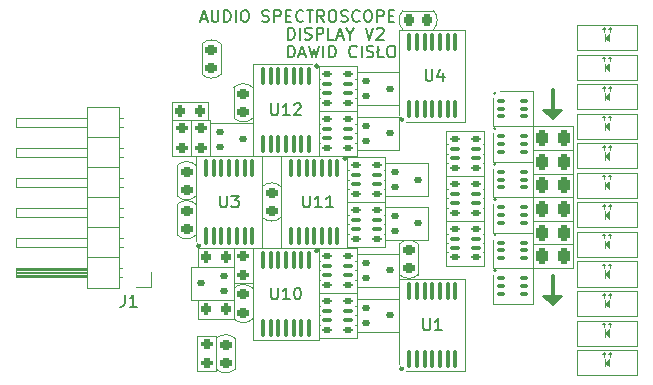
<source format=gto>
G04 #@! TF.GenerationSoftware,KiCad,Pcbnew,7.0.9-69-ge1c0bddff3*
G04 #@! TF.CreationDate,2024-02-19T10:17:23+01:00*
G04 #@! TF.ProjectId,ASP_Display,4153505f-4469-4737-906c-61792e6b6963,rev?*
G04 #@! TF.SameCoordinates,Original*
G04 #@! TF.FileFunction,Legend,Top*
G04 #@! TF.FilePolarity,Positive*
%FSLAX46Y46*%
G04 Gerber Fmt 4.6, Leading zero omitted, Abs format (unit mm)*
G04 Created by KiCad (PCBNEW 7.0.9-69-ge1c0bddff3) date 2024-02-19 10:17:23*
%MOMM*%
%LPD*%
G01*
G04 APERTURE LIST*
G04 Aperture macros list*
%AMRoundRect*
0 Rectangle with rounded corners*
0 $1 Rounding radius*
0 $2 $3 $4 $5 $6 $7 $8 $9 X,Y pos of 4 corners*
0 Add a 4 corners polygon primitive as box body*
4,1,4,$2,$3,$4,$5,$6,$7,$8,$9,$2,$3,0*
0 Add four circle primitives for the rounded corners*
1,1,$1+$1,$2,$3*
1,1,$1+$1,$4,$5*
1,1,$1+$1,$6,$7*
1,1,$1+$1,$8,$9*
0 Add four rect primitives between the rounded corners*
20,1,$1+$1,$2,$3,$4,$5,0*
20,1,$1+$1,$4,$5,$6,$7,0*
20,1,$1+$1,$6,$7,$8,$9,0*
20,1,$1+$1,$8,$9,$2,$3,0*%
G04 Aperture macros list end*
%ADD10C,0.300000*%
%ADD11C,0.153000*%
%ADD12C,0.150000*%
%ADD13C,0.120000*%
%ADD14C,0.200000*%
%ADD15C,5.600000*%
%ADD16RoundRect,0.200000X-0.275000X0.200000X-0.275000X-0.200000X0.275000X-0.200000X0.275000X0.200000X0*%
%ADD17RoundRect,0.112500X-0.237500X0.112500X-0.237500X-0.112500X0.237500X-0.112500X0.237500X0.112500X0*%
%ADD18RoundRect,0.225000X0.250000X-0.225000X0.250000X0.225000X-0.250000X0.225000X-0.250000X-0.225000X0*%
%ADD19RoundRect,0.100000X0.100000X-0.637500X0.100000X0.637500X-0.100000X0.637500X-0.100000X-0.637500X0*%
%ADD20RoundRect,0.225000X-0.250000X0.225000X-0.250000X-0.225000X0.250000X-0.225000X0.250000X0.225000X0*%
%ADD21RoundRect,0.125000X-0.275000X-0.125000X0.275000X-0.125000X0.275000X0.125000X-0.275000X0.125000X0*%
%ADD22RoundRect,0.100000X-0.300000X-0.100000X0.300000X-0.100000X0.300000X0.100000X-0.300000X0.100000X0*%
%ADD23R,1.400000X1.400000*%
%ADD24C,1.400000*%
%ADD25RoundRect,0.100000X-0.100000X0.637500X-0.100000X-0.637500X0.100000X-0.637500X0.100000X0.637500X0*%
%ADD26RoundRect,0.100000X-0.225000X-0.100000X0.225000X-0.100000X0.225000X0.100000X-0.225000X0.100000X0*%
%ADD27RoundRect,0.250000X0.262500X0.450000X-0.262500X0.450000X-0.262500X-0.450000X0.262500X-0.450000X0*%
%ADD28RoundRect,0.200000X0.275000X-0.200000X0.275000X0.200000X-0.275000X0.200000X-0.275000X-0.200000X0*%
%ADD29RoundRect,0.200000X0.200000X0.275000X-0.200000X0.275000X-0.200000X-0.275000X0.200000X-0.275000X0*%
%ADD30RoundRect,0.200000X-0.200000X-0.275000X0.200000X-0.275000X0.200000X0.275000X-0.200000X0.275000X0*%
%ADD31RoundRect,0.225000X-0.225000X-0.250000X0.225000X-0.250000X0.225000X0.250000X-0.225000X0.250000X0*%
%ADD32R,1.700000X1.700000*%
%ADD33O,1.700000X1.700000*%
%ADD34RoundRect,0.112500X0.237500X-0.112500X0.237500X0.112500X-0.237500X0.112500X-0.237500X-0.112500X0*%
G04 APERTURE END LIST*
D10*
X258200000Y-92900000D02*
X258200000Y-95200000D01*
X258200000Y-108650000D02*
X258200000Y-110950000D01*
D11*
X258200000Y-111150000D02*
X257400000Y-110350000D01*
X259000000Y-110350000D01*
X258200000Y-111150000D01*
G36*
X258200000Y-111150000D02*
G01*
X257400000Y-110350000D01*
X259000000Y-110350000D01*
X258200000Y-111150000D01*
G37*
X258200000Y-95400000D02*
X257400000Y-94600000D01*
X259000000Y-94600000D01*
X258200000Y-95400000D01*
G36*
X258200000Y-95400000D02*
G01*
X257400000Y-94600000D01*
X259000000Y-94600000D01*
X258200000Y-95400000D01*
G37*
X235776191Y-90154663D02*
X235776191Y-89154663D01*
X235776191Y-89154663D02*
X236014286Y-89154663D01*
X236014286Y-89154663D02*
X236157143Y-89202282D01*
X236157143Y-89202282D02*
X236252381Y-89297520D01*
X236252381Y-89297520D02*
X236300000Y-89392758D01*
X236300000Y-89392758D02*
X236347619Y-89583234D01*
X236347619Y-89583234D02*
X236347619Y-89726091D01*
X236347619Y-89726091D02*
X236300000Y-89916567D01*
X236300000Y-89916567D02*
X236252381Y-90011805D01*
X236252381Y-90011805D02*
X236157143Y-90107044D01*
X236157143Y-90107044D02*
X236014286Y-90154663D01*
X236014286Y-90154663D02*
X235776191Y-90154663D01*
X236728572Y-89868948D02*
X237204762Y-89868948D01*
X236633334Y-90154663D02*
X236966667Y-89154663D01*
X236966667Y-89154663D02*
X237300000Y-90154663D01*
X237538096Y-89154663D02*
X237776191Y-90154663D01*
X237776191Y-90154663D02*
X237966667Y-89440377D01*
X237966667Y-89440377D02*
X238157143Y-90154663D01*
X238157143Y-90154663D02*
X238395239Y-89154663D01*
X238776191Y-90154663D02*
X238776191Y-89154663D01*
X239252381Y-90154663D02*
X239252381Y-89154663D01*
X239252381Y-89154663D02*
X239490476Y-89154663D01*
X239490476Y-89154663D02*
X239633333Y-89202282D01*
X239633333Y-89202282D02*
X239728571Y-89297520D01*
X239728571Y-89297520D02*
X239776190Y-89392758D01*
X239776190Y-89392758D02*
X239823809Y-89583234D01*
X239823809Y-89583234D02*
X239823809Y-89726091D01*
X239823809Y-89726091D02*
X239776190Y-89916567D01*
X239776190Y-89916567D02*
X239728571Y-90011805D01*
X239728571Y-90011805D02*
X239633333Y-90107044D01*
X239633333Y-90107044D02*
X239490476Y-90154663D01*
X239490476Y-90154663D02*
X239252381Y-90154663D01*
X241585714Y-90059424D02*
X241538095Y-90107044D01*
X241538095Y-90107044D02*
X241395238Y-90154663D01*
X241395238Y-90154663D02*
X241300000Y-90154663D01*
X241300000Y-90154663D02*
X241157143Y-90107044D01*
X241157143Y-90107044D02*
X241061905Y-90011805D01*
X241061905Y-90011805D02*
X241014286Y-89916567D01*
X241014286Y-89916567D02*
X240966667Y-89726091D01*
X240966667Y-89726091D02*
X240966667Y-89583234D01*
X240966667Y-89583234D02*
X241014286Y-89392758D01*
X241014286Y-89392758D02*
X241061905Y-89297520D01*
X241061905Y-89297520D02*
X241157143Y-89202282D01*
X241157143Y-89202282D02*
X241300000Y-89154663D01*
X241300000Y-89154663D02*
X241395238Y-89154663D01*
X241395238Y-89154663D02*
X241538095Y-89202282D01*
X241538095Y-89202282D02*
X241585714Y-89249901D01*
X242014286Y-90154663D02*
X242014286Y-89154663D01*
X242442857Y-90107044D02*
X242585714Y-90154663D01*
X242585714Y-90154663D02*
X242823809Y-90154663D01*
X242823809Y-90154663D02*
X242919047Y-90107044D01*
X242919047Y-90107044D02*
X242966666Y-90059424D01*
X242966666Y-90059424D02*
X243014285Y-89964186D01*
X243014285Y-89964186D02*
X243014285Y-89868948D01*
X243014285Y-89868948D02*
X242966666Y-89773710D01*
X242966666Y-89773710D02*
X242919047Y-89726091D01*
X242919047Y-89726091D02*
X242823809Y-89678472D01*
X242823809Y-89678472D02*
X242633333Y-89630853D01*
X242633333Y-89630853D02*
X242538095Y-89583234D01*
X242538095Y-89583234D02*
X242490476Y-89535615D01*
X242490476Y-89535615D02*
X242442857Y-89440377D01*
X242442857Y-89440377D02*
X242442857Y-89345139D01*
X242442857Y-89345139D02*
X242490476Y-89249901D01*
X242490476Y-89249901D02*
X242538095Y-89202282D01*
X242538095Y-89202282D02*
X242633333Y-89154663D01*
X242633333Y-89154663D02*
X242871428Y-89154663D01*
X242871428Y-89154663D02*
X243014285Y-89202282D01*
X243919047Y-90154663D02*
X243442857Y-90154663D01*
X243442857Y-90154663D02*
X243442857Y-89154663D01*
X243300000Y-89678472D02*
X243585714Y-89487996D01*
X244442857Y-89154663D02*
X244633333Y-89154663D01*
X244633333Y-89154663D02*
X244728571Y-89202282D01*
X244728571Y-89202282D02*
X244823809Y-89297520D01*
X244823809Y-89297520D02*
X244871428Y-89487996D01*
X244871428Y-89487996D02*
X244871428Y-89821329D01*
X244871428Y-89821329D02*
X244823809Y-90011805D01*
X244823809Y-90011805D02*
X244728571Y-90107044D01*
X244728571Y-90107044D02*
X244633333Y-90154663D01*
X244633333Y-90154663D02*
X244442857Y-90154663D01*
X244442857Y-90154663D02*
X244347619Y-90107044D01*
X244347619Y-90107044D02*
X244252381Y-90011805D01*
X244252381Y-90011805D02*
X244204762Y-89821329D01*
X244204762Y-89821329D02*
X244204762Y-89487996D01*
X244204762Y-89487996D02*
X244252381Y-89297520D01*
X244252381Y-89297520D02*
X244347619Y-89202282D01*
X244347619Y-89202282D02*
X244442857Y-89154663D01*
X235776190Y-88654663D02*
X235776190Y-87654663D01*
X235776190Y-87654663D02*
X236014285Y-87654663D01*
X236014285Y-87654663D02*
X236157142Y-87702282D01*
X236157142Y-87702282D02*
X236252380Y-87797520D01*
X236252380Y-87797520D02*
X236299999Y-87892758D01*
X236299999Y-87892758D02*
X236347618Y-88083234D01*
X236347618Y-88083234D02*
X236347618Y-88226091D01*
X236347618Y-88226091D02*
X236299999Y-88416567D01*
X236299999Y-88416567D02*
X236252380Y-88511805D01*
X236252380Y-88511805D02*
X236157142Y-88607044D01*
X236157142Y-88607044D02*
X236014285Y-88654663D01*
X236014285Y-88654663D02*
X235776190Y-88654663D01*
X236776190Y-88654663D02*
X236776190Y-87654663D01*
X237204761Y-88607044D02*
X237347618Y-88654663D01*
X237347618Y-88654663D02*
X237585713Y-88654663D01*
X237585713Y-88654663D02*
X237680951Y-88607044D01*
X237680951Y-88607044D02*
X237728570Y-88559424D01*
X237728570Y-88559424D02*
X237776189Y-88464186D01*
X237776189Y-88464186D02*
X237776189Y-88368948D01*
X237776189Y-88368948D02*
X237728570Y-88273710D01*
X237728570Y-88273710D02*
X237680951Y-88226091D01*
X237680951Y-88226091D02*
X237585713Y-88178472D01*
X237585713Y-88178472D02*
X237395237Y-88130853D01*
X237395237Y-88130853D02*
X237299999Y-88083234D01*
X237299999Y-88083234D02*
X237252380Y-88035615D01*
X237252380Y-88035615D02*
X237204761Y-87940377D01*
X237204761Y-87940377D02*
X237204761Y-87845139D01*
X237204761Y-87845139D02*
X237252380Y-87749901D01*
X237252380Y-87749901D02*
X237299999Y-87702282D01*
X237299999Y-87702282D02*
X237395237Y-87654663D01*
X237395237Y-87654663D02*
X237633332Y-87654663D01*
X237633332Y-87654663D02*
X237776189Y-87702282D01*
X238204761Y-88654663D02*
X238204761Y-87654663D01*
X238204761Y-87654663D02*
X238585713Y-87654663D01*
X238585713Y-87654663D02*
X238680951Y-87702282D01*
X238680951Y-87702282D02*
X238728570Y-87749901D01*
X238728570Y-87749901D02*
X238776189Y-87845139D01*
X238776189Y-87845139D02*
X238776189Y-87987996D01*
X238776189Y-87987996D02*
X238728570Y-88083234D01*
X238728570Y-88083234D02*
X238680951Y-88130853D01*
X238680951Y-88130853D02*
X238585713Y-88178472D01*
X238585713Y-88178472D02*
X238204761Y-88178472D01*
X239680951Y-88654663D02*
X239204761Y-88654663D01*
X239204761Y-88654663D02*
X239204761Y-87654663D01*
X239966666Y-88368948D02*
X240442856Y-88368948D01*
X239871428Y-88654663D02*
X240204761Y-87654663D01*
X240204761Y-87654663D02*
X240538094Y-88654663D01*
X241061904Y-88178472D02*
X241061904Y-88654663D01*
X240728571Y-87654663D02*
X241061904Y-88178472D01*
X241061904Y-88178472D02*
X241395237Y-87654663D01*
X242347619Y-87654663D02*
X242680952Y-88654663D01*
X242680952Y-88654663D02*
X243014285Y-87654663D01*
X243300000Y-87749901D02*
X243347619Y-87702282D01*
X243347619Y-87702282D02*
X243442857Y-87654663D01*
X243442857Y-87654663D02*
X243680952Y-87654663D01*
X243680952Y-87654663D02*
X243776190Y-87702282D01*
X243776190Y-87702282D02*
X243823809Y-87749901D01*
X243823809Y-87749901D02*
X243871428Y-87845139D01*
X243871428Y-87845139D02*
X243871428Y-87940377D01*
X243871428Y-87940377D02*
X243823809Y-88083234D01*
X243823809Y-88083234D02*
X243252381Y-88654663D01*
X243252381Y-88654663D02*
X243871428Y-88654663D01*
X228409524Y-86868948D02*
X228885714Y-86868948D01*
X228314286Y-87154663D02*
X228647619Y-86154663D01*
X228647619Y-86154663D02*
X228980952Y-87154663D01*
X229314286Y-86154663D02*
X229314286Y-86964186D01*
X229314286Y-86964186D02*
X229361905Y-87059424D01*
X229361905Y-87059424D02*
X229409524Y-87107044D01*
X229409524Y-87107044D02*
X229504762Y-87154663D01*
X229504762Y-87154663D02*
X229695238Y-87154663D01*
X229695238Y-87154663D02*
X229790476Y-87107044D01*
X229790476Y-87107044D02*
X229838095Y-87059424D01*
X229838095Y-87059424D02*
X229885714Y-86964186D01*
X229885714Y-86964186D02*
X229885714Y-86154663D01*
X230361905Y-87154663D02*
X230361905Y-86154663D01*
X230361905Y-86154663D02*
X230600000Y-86154663D01*
X230600000Y-86154663D02*
X230742857Y-86202282D01*
X230742857Y-86202282D02*
X230838095Y-86297520D01*
X230838095Y-86297520D02*
X230885714Y-86392758D01*
X230885714Y-86392758D02*
X230933333Y-86583234D01*
X230933333Y-86583234D02*
X230933333Y-86726091D01*
X230933333Y-86726091D02*
X230885714Y-86916567D01*
X230885714Y-86916567D02*
X230838095Y-87011805D01*
X230838095Y-87011805D02*
X230742857Y-87107044D01*
X230742857Y-87107044D02*
X230600000Y-87154663D01*
X230600000Y-87154663D02*
X230361905Y-87154663D01*
X231361905Y-87154663D02*
X231361905Y-86154663D01*
X232028571Y-86154663D02*
X232219047Y-86154663D01*
X232219047Y-86154663D02*
X232314285Y-86202282D01*
X232314285Y-86202282D02*
X232409523Y-86297520D01*
X232409523Y-86297520D02*
X232457142Y-86487996D01*
X232457142Y-86487996D02*
X232457142Y-86821329D01*
X232457142Y-86821329D02*
X232409523Y-87011805D01*
X232409523Y-87011805D02*
X232314285Y-87107044D01*
X232314285Y-87107044D02*
X232219047Y-87154663D01*
X232219047Y-87154663D02*
X232028571Y-87154663D01*
X232028571Y-87154663D02*
X231933333Y-87107044D01*
X231933333Y-87107044D02*
X231838095Y-87011805D01*
X231838095Y-87011805D02*
X231790476Y-86821329D01*
X231790476Y-86821329D02*
X231790476Y-86487996D01*
X231790476Y-86487996D02*
X231838095Y-86297520D01*
X231838095Y-86297520D02*
X231933333Y-86202282D01*
X231933333Y-86202282D02*
X232028571Y-86154663D01*
X233600000Y-87107044D02*
X233742857Y-87154663D01*
X233742857Y-87154663D02*
X233980952Y-87154663D01*
X233980952Y-87154663D02*
X234076190Y-87107044D01*
X234076190Y-87107044D02*
X234123809Y-87059424D01*
X234123809Y-87059424D02*
X234171428Y-86964186D01*
X234171428Y-86964186D02*
X234171428Y-86868948D01*
X234171428Y-86868948D02*
X234123809Y-86773710D01*
X234123809Y-86773710D02*
X234076190Y-86726091D01*
X234076190Y-86726091D02*
X233980952Y-86678472D01*
X233980952Y-86678472D02*
X233790476Y-86630853D01*
X233790476Y-86630853D02*
X233695238Y-86583234D01*
X233695238Y-86583234D02*
X233647619Y-86535615D01*
X233647619Y-86535615D02*
X233600000Y-86440377D01*
X233600000Y-86440377D02*
X233600000Y-86345139D01*
X233600000Y-86345139D02*
X233647619Y-86249901D01*
X233647619Y-86249901D02*
X233695238Y-86202282D01*
X233695238Y-86202282D02*
X233790476Y-86154663D01*
X233790476Y-86154663D02*
X234028571Y-86154663D01*
X234028571Y-86154663D02*
X234171428Y-86202282D01*
X234600000Y-87154663D02*
X234600000Y-86154663D01*
X234600000Y-86154663D02*
X234980952Y-86154663D01*
X234980952Y-86154663D02*
X235076190Y-86202282D01*
X235076190Y-86202282D02*
X235123809Y-86249901D01*
X235123809Y-86249901D02*
X235171428Y-86345139D01*
X235171428Y-86345139D02*
X235171428Y-86487996D01*
X235171428Y-86487996D02*
X235123809Y-86583234D01*
X235123809Y-86583234D02*
X235076190Y-86630853D01*
X235076190Y-86630853D02*
X234980952Y-86678472D01*
X234980952Y-86678472D02*
X234600000Y-86678472D01*
X235600000Y-86630853D02*
X235933333Y-86630853D01*
X236076190Y-87154663D02*
X235600000Y-87154663D01*
X235600000Y-87154663D02*
X235600000Y-86154663D01*
X235600000Y-86154663D02*
X236076190Y-86154663D01*
X237076190Y-87059424D02*
X237028571Y-87107044D01*
X237028571Y-87107044D02*
X236885714Y-87154663D01*
X236885714Y-87154663D02*
X236790476Y-87154663D01*
X236790476Y-87154663D02*
X236647619Y-87107044D01*
X236647619Y-87107044D02*
X236552381Y-87011805D01*
X236552381Y-87011805D02*
X236504762Y-86916567D01*
X236504762Y-86916567D02*
X236457143Y-86726091D01*
X236457143Y-86726091D02*
X236457143Y-86583234D01*
X236457143Y-86583234D02*
X236504762Y-86392758D01*
X236504762Y-86392758D02*
X236552381Y-86297520D01*
X236552381Y-86297520D02*
X236647619Y-86202282D01*
X236647619Y-86202282D02*
X236790476Y-86154663D01*
X236790476Y-86154663D02*
X236885714Y-86154663D01*
X236885714Y-86154663D02*
X237028571Y-86202282D01*
X237028571Y-86202282D02*
X237076190Y-86249901D01*
X237361905Y-86154663D02*
X237933333Y-86154663D01*
X237647619Y-87154663D02*
X237647619Y-86154663D01*
X238838095Y-87154663D02*
X238504762Y-86678472D01*
X238266667Y-87154663D02*
X238266667Y-86154663D01*
X238266667Y-86154663D02*
X238647619Y-86154663D01*
X238647619Y-86154663D02*
X238742857Y-86202282D01*
X238742857Y-86202282D02*
X238790476Y-86249901D01*
X238790476Y-86249901D02*
X238838095Y-86345139D01*
X238838095Y-86345139D02*
X238838095Y-86487996D01*
X238838095Y-86487996D02*
X238790476Y-86583234D01*
X238790476Y-86583234D02*
X238742857Y-86630853D01*
X238742857Y-86630853D02*
X238647619Y-86678472D01*
X238647619Y-86678472D02*
X238266667Y-86678472D01*
X239457143Y-86154663D02*
X239647619Y-86154663D01*
X239647619Y-86154663D02*
X239742857Y-86202282D01*
X239742857Y-86202282D02*
X239838095Y-86297520D01*
X239838095Y-86297520D02*
X239885714Y-86487996D01*
X239885714Y-86487996D02*
X239885714Y-86821329D01*
X239885714Y-86821329D02*
X239838095Y-87011805D01*
X239838095Y-87011805D02*
X239742857Y-87107044D01*
X239742857Y-87107044D02*
X239647619Y-87154663D01*
X239647619Y-87154663D02*
X239457143Y-87154663D01*
X239457143Y-87154663D02*
X239361905Y-87107044D01*
X239361905Y-87107044D02*
X239266667Y-87011805D01*
X239266667Y-87011805D02*
X239219048Y-86821329D01*
X239219048Y-86821329D02*
X239219048Y-86487996D01*
X239219048Y-86487996D02*
X239266667Y-86297520D01*
X239266667Y-86297520D02*
X239361905Y-86202282D01*
X239361905Y-86202282D02*
X239457143Y-86154663D01*
X240266667Y-87107044D02*
X240409524Y-87154663D01*
X240409524Y-87154663D02*
X240647619Y-87154663D01*
X240647619Y-87154663D02*
X240742857Y-87107044D01*
X240742857Y-87107044D02*
X240790476Y-87059424D01*
X240790476Y-87059424D02*
X240838095Y-86964186D01*
X240838095Y-86964186D02*
X240838095Y-86868948D01*
X240838095Y-86868948D02*
X240790476Y-86773710D01*
X240790476Y-86773710D02*
X240742857Y-86726091D01*
X240742857Y-86726091D02*
X240647619Y-86678472D01*
X240647619Y-86678472D02*
X240457143Y-86630853D01*
X240457143Y-86630853D02*
X240361905Y-86583234D01*
X240361905Y-86583234D02*
X240314286Y-86535615D01*
X240314286Y-86535615D02*
X240266667Y-86440377D01*
X240266667Y-86440377D02*
X240266667Y-86345139D01*
X240266667Y-86345139D02*
X240314286Y-86249901D01*
X240314286Y-86249901D02*
X240361905Y-86202282D01*
X240361905Y-86202282D02*
X240457143Y-86154663D01*
X240457143Y-86154663D02*
X240695238Y-86154663D01*
X240695238Y-86154663D02*
X240838095Y-86202282D01*
X241838095Y-87059424D02*
X241790476Y-87107044D01*
X241790476Y-87107044D02*
X241647619Y-87154663D01*
X241647619Y-87154663D02*
X241552381Y-87154663D01*
X241552381Y-87154663D02*
X241409524Y-87107044D01*
X241409524Y-87107044D02*
X241314286Y-87011805D01*
X241314286Y-87011805D02*
X241266667Y-86916567D01*
X241266667Y-86916567D02*
X241219048Y-86726091D01*
X241219048Y-86726091D02*
X241219048Y-86583234D01*
X241219048Y-86583234D02*
X241266667Y-86392758D01*
X241266667Y-86392758D02*
X241314286Y-86297520D01*
X241314286Y-86297520D02*
X241409524Y-86202282D01*
X241409524Y-86202282D02*
X241552381Y-86154663D01*
X241552381Y-86154663D02*
X241647619Y-86154663D01*
X241647619Y-86154663D02*
X241790476Y-86202282D01*
X241790476Y-86202282D02*
X241838095Y-86249901D01*
X242457143Y-86154663D02*
X242647619Y-86154663D01*
X242647619Y-86154663D02*
X242742857Y-86202282D01*
X242742857Y-86202282D02*
X242838095Y-86297520D01*
X242838095Y-86297520D02*
X242885714Y-86487996D01*
X242885714Y-86487996D02*
X242885714Y-86821329D01*
X242885714Y-86821329D02*
X242838095Y-87011805D01*
X242838095Y-87011805D02*
X242742857Y-87107044D01*
X242742857Y-87107044D02*
X242647619Y-87154663D01*
X242647619Y-87154663D02*
X242457143Y-87154663D01*
X242457143Y-87154663D02*
X242361905Y-87107044D01*
X242361905Y-87107044D02*
X242266667Y-87011805D01*
X242266667Y-87011805D02*
X242219048Y-86821329D01*
X242219048Y-86821329D02*
X242219048Y-86487996D01*
X242219048Y-86487996D02*
X242266667Y-86297520D01*
X242266667Y-86297520D02*
X242361905Y-86202282D01*
X242361905Y-86202282D02*
X242457143Y-86154663D01*
X243314286Y-87154663D02*
X243314286Y-86154663D01*
X243314286Y-86154663D02*
X243695238Y-86154663D01*
X243695238Y-86154663D02*
X243790476Y-86202282D01*
X243790476Y-86202282D02*
X243838095Y-86249901D01*
X243838095Y-86249901D02*
X243885714Y-86345139D01*
X243885714Y-86345139D02*
X243885714Y-86487996D01*
X243885714Y-86487996D02*
X243838095Y-86583234D01*
X243838095Y-86583234D02*
X243790476Y-86630853D01*
X243790476Y-86630853D02*
X243695238Y-86678472D01*
X243695238Y-86678472D02*
X243314286Y-86678472D01*
X244314286Y-86630853D02*
X244647619Y-86630853D01*
X244790476Y-87154663D02*
X244314286Y-87154663D01*
X244314286Y-87154663D02*
X244314286Y-86154663D01*
X244314286Y-86154663D02*
X244790476Y-86154663D01*
D12*
X230038095Y-101854819D02*
X230038095Y-102664342D01*
X230038095Y-102664342D02*
X230085714Y-102759580D01*
X230085714Y-102759580D02*
X230133333Y-102807200D01*
X230133333Y-102807200D02*
X230228571Y-102854819D01*
X230228571Y-102854819D02*
X230419047Y-102854819D01*
X230419047Y-102854819D02*
X230514285Y-102807200D01*
X230514285Y-102807200D02*
X230561904Y-102759580D01*
X230561904Y-102759580D02*
X230609523Y-102664342D01*
X230609523Y-102664342D02*
X230609523Y-101854819D01*
X230990476Y-101854819D02*
X231609523Y-101854819D01*
X231609523Y-101854819D02*
X231276190Y-102235771D01*
X231276190Y-102235771D02*
X231419047Y-102235771D01*
X231419047Y-102235771D02*
X231514285Y-102283390D01*
X231514285Y-102283390D02*
X231561904Y-102331009D01*
X231561904Y-102331009D02*
X231609523Y-102426247D01*
X231609523Y-102426247D02*
X231609523Y-102664342D01*
X231609523Y-102664342D02*
X231561904Y-102759580D01*
X231561904Y-102759580D02*
X231514285Y-102807200D01*
X231514285Y-102807200D02*
X231419047Y-102854819D01*
X231419047Y-102854819D02*
X231133333Y-102854819D01*
X231133333Y-102854819D02*
X231038095Y-102807200D01*
X231038095Y-102807200D02*
X230990476Y-102759580D01*
X247238095Y-112254819D02*
X247238095Y-113064342D01*
X247238095Y-113064342D02*
X247285714Y-113159580D01*
X247285714Y-113159580D02*
X247333333Y-113207200D01*
X247333333Y-113207200D02*
X247428571Y-113254819D01*
X247428571Y-113254819D02*
X247619047Y-113254819D01*
X247619047Y-113254819D02*
X247714285Y-113207200D01*
X247714285Y-113207200D02*
X247761904Y-113159580D01*
X247761904Y-113159580D02*
X247809523Y-113064342D01*
X247809523Y-113064342D02*
X247809523Y-112254819D01*
X248809523Y-113254819D02*
X248238095Y-113254819D01*
X248523809Y-113254819D02*
X248523809Y-112254819D01*
X248523809Y-112254819D02*
X248428571Y-112397676D01*
X248428571Y-112397676D02*
X248333333Y-112492914D01*
X248333333Y-112492914D02*
X248238095Y-112540533D01*
X237061905Y-101854819D02*
X237061905Y-102664342D01*
X237061905Y-102664342D02*
X237109524Y-102759580D01*
X237109524Y-102759580D02*
X237157143Y-102807200D01*
X237157143Y-102807200D02*
X237252381Y-102854819D01*
X237252381Y-102854819D02*
X237442857Y-102854819D01*
X237442857Y-102854819D02*
X237538095Y-102807200D01*
X237538095Y-102807200D02*
X237585714Y-102759580D01*
X237585714Y-102759580D02*
X237633333Y-102664342D01*
X237633333Y-102664342D02*
X237633333Y-101854819D01*
X238633333Y-102854819D02*
X238061905Y-102854819D01*
X238347619Y-102854819D02*
X238347619Y-101854819D01*
X238347619Y-101854819D02*
X238252381Y-101997676D01*
X238252381Y-101997676D02*
X238157143Y-102092914D01*
X238157143Y-102092914D02*
X238061905Y-102140533D01*
X239585714Y-102854819D02*
X239014286Y-102854819D01*
X239300000Y-102854819D02*
X239300000Y-101854819D01*
X239300000Y-101854819D02*
X239204762Y-101997676D01*
X239204762Y-101997676D02*
X239109524Y-102092914D01*
X239109524Y-102092914D02*
X239014286Y-102140533D01*
X234361905Y-109654819D02*
X234361905Y-110464342D01*
X234361905Y-110464342D02*
X234409524Y-110559580D01*
X234409524Y-110559580D02*
X234457143Y-110607200D01*
X234457143Y-110607200D02*
X234552381Y-110654819D01*
X234552381Y-110654819D02*
X234742857Y-110654819D01*
X234742857Y-110654819D02*
X234838095Y-110607200D01*
X234838095Y-110607200D02*
X234885714Y-110559580D01*
X234885714Y-110559580D02*
X234933333Y-110464342D01*
X234933333Y-110464342D02*
X234933333Y-109654819D01*
X235933333Y-110654819D02*
X235361905Y-110654819D01*
X235647619Y-110654819D02*
X235647619Y-109654819D01*
X235647619Y-109654819D02*
X235552381Y-109797676D01*
X235552381Y-109797676D02*
X235457143Y-109892914D01*
X235457143Y-109892914D02*
X235361905Y-109940533D01*
X236552381Y-109654819D02*
X236647619Y-109654819D01*
X236647619Y-109654819D02*
X236742857Y-109702438D01*
X236742857Y-109702438D02*
X236790476Y-109750057D01*
X236790476Y-109750057D02*
X236838095Y-109845295D01*
X236838095Y-109845295D02*
X236885714Y-110035771D01*
X236885714Y-110035771D02*
X236885714Y-110273866D01*
X236885714Y-110273866D02*
X236838095Y-110464342D01*
X236838095Y-110464342D02*
X236790476Y-110559580D01*
X236790476Y-110559580D02*
X236742857Y-110607200D01*
X236742857Y-110607200D02*
X236647619Y-110654819D01*
X236647619Y-110654819D02*
X236552381Y-110654819D01*
X236552381Y-110654819D02*
X236457143Y-110607200D01*
X236457143Y-110607200D02*
X236409524Y-110559580D01*
X236409524Y-110559580D02*
X236361905Y-110464342D01*
X236361905Y-110464342D02*
X236314286Y-110273866D01*
X236314286Y-110273866D02*
X236314286Y-110035771D01*
X236314286Y-110035771D02*
X236361905Y-109845295D01*
X236361905Y-109845295D02*
X236409524Y-109750057D01*
X236409524Y-109750057D02*
X236457143Y-109702438D01*
X236457143Y-109702438D02*
X236552381Y-109654819D01*
X234361905Y-94054819D02*
X234361905Y-94864342D01*
X234361905Y-94864342D02*
X234409524Y-94959580D01*
X234409524Y-94959580D02*
X234457143Y-95007200D01*
X234457143Y-95007200D02*
X234552381Y-95054819D01*
X234552381Y-95054819D02*
X234742857Y-95054819D01*
X234742857Y-95054819D02*
X234838095Y-95007200D01*
X234838095Y-95007200D02*
X234885714Y-94959580D01*
X234885714Y-94959580D02*
X234933333Y-94864342D01*
X234933333Y-94864342D02*
X234933333Y-94054819D01*
X235933333Y-95054819D02*
X235361905Y-95054819D01*
X235647619Y-95054819D02*
X235647619Y-94054819D01*
X235647619Y-94054819D02*
X235552381Y-94197676D01*
X235552381Y-94197676D02*
X235457143Y-94292914D01*
X235457143Y-94292914D02*
X235361905Y-94340533D01*
X236314286Y-94150057D02*
X236361905Y-94102438D01*
X236361905Y-94102438D02*
X236457143Y-94054819D01*
X236457143Y-94054819D02*
X236695238Y-94054819D01*
X236695238Y-94054819D02*
X236790476Y-94102438D01*
X236790476Y-94102438D02*
X236838095Y-94150057D01*
X236838095Y-94150057D02*
X236885714Y-94245295D01*
X236885714Y-94245295D02*
X236885714Y-94340533D01*
X236885714Y-94340533D02*
X236838095Y-94483390D01*
X236838095Y-94483390D02*
X236266667Y-95054819D01*
X236266667Y-95054819D02*
X236885714Y-95054819D01*
X221966666Y-110254819D02*
X221966666Y-110969104D01*
X221966666Y-110969104D02*
X221919047Y-111111961D01*
X221919047Y-111111961D02*
X221823809Y-111207200D01*
X221823809Y-111207200D02*
X221680952Y-111254819D01*
X221680952Y-111254819D02*
X221585714Y-111254819D01*
X222966666Y-111254819D02*
X222395238Y-111254819D01*
X222680952Y-111254819D02*
X222680952Y-110254819D01*
X222680952Y-110254819D02*
X222585714Y-110397676D01*
X222585714Y-110397676D02*
X222490476Y-110492914D01*
X222490476Y-110492914D02*
X222395238Y-110540533D01*
X247438095Y-91154819D02*
X247438095Y-91964342D01*
X247438095Y-91964342D02*
X247485714Y-92059580D01*
X247485714Y-92059580D02*
X247533333Y-92107200D01*
X247533333Y-92107200D02*
X247628571Y-92154819D01*
X247628571Y-92154819D02*
X247819047Y-92154819D01*
X247819047Y-92154819D02*
X247914285Y-92107200D01*
X247914285Y-92107200D02*
X247961904Y-92059580D01*
X247961904Y-92059580D02*
X248009523Y-91964342D01*
X248009523Y-91964342D02*
X248009523Y-91154819D01*
X248914285Y-91488152D02*
X248914285Y-92154819D01*
X248676190Y-91107200D02*
X248438095Y-91821485D01*
X248438095Y-91821485D02*
X249057142Y-91821485D01*
D13*
G04 #@! TO.C,R34*
X228100000Y-113750000D02*
X228100000Y-116750000D01*
X229700000Y-113750000D02*
X228100000Y-113750000D01*
X229700000Y-116750000D02*
X229700000Y-113750000D01*
X228100000Y-116750000D02*
X229700000Y-116750000D01*
G04 #@! TO.C,D22*
X244000000Y-101900000D02*
X247600000Y-101900000D01*
X244000000Y-99100000D02*
X244000000Y-101900000D01*
X247600000Y-99100000D02*
X244000000Y-99100000D01*
X247600000Y-101900000D02*
X247600000Y-99100000D01*
G04 #@! TO.C,C12*
X231300002Y-116550000D02*
X231300000Y-113950000D01*
X229699998Y-113950000D02*
X229700000Y-116550000D01*
X231299999Y-113950001D02*
G75*
G03*
X229699999Y-113950001I-800000J-840223D01*
G01*
X229700001Y-116549999D02*
G75*
G03*
X231300001Y-116549999I800000J840223D01*
G01*
G04 #@! TO.C,C15*
X231199998Y-109700000D02*
X231200000Y-112300000D01*
X232800002Y-112300000D02*
X232800000Y-109700000D01*
X232799999Y-109700001D02*
G75*
G03*
X231199999Y-109700001I-800000J-840223D01*
G01*
X231200001Y-112299999D02*
G75*
G03*
X232800001Y-112299999I800000J840223D01*
G01*
G04 #@! TO.C,U3*
X228000000Y-98500000D02*
X228000000Y-105700000D01*
X228600000Y-106300000D02*
X233600000Y-106300000D01*
X233600000Y-98500000D02*
X228000000Y-98500000D01*
X233600000Y-106300000D02*
X233600000Y-98500000D01*
D10*
X228263500Y-106100000D02*
G75*
G03*
X228263500Y-106100000I-63500J0D01*
G01*
D13*
G04 #@! TO.C,C11*
X230100002Y-91600000D02*
X230100000Y-89000000D01*
X228499998Y-89000000D02*
X228500000Y-91600000D01*
X230099999Y-89000001D02*
G75*
G03*
X228499999Y-89000001I-800000J-840223D01*
G01*
X228500001Y-91599999D02*
G75*
G03*
X230100001Y-91599999I800000J840223D01*
G01*
G04 #@! TO.C,RN16*
X252400000Y-105900000D02*
X252273000Y-105900000D01*
X252273000Y-105125300D02*
X252387300Y-105125300D01*
X249200000Y-105900000D02*
X249327000Y-105900000D01*
X249200000Y-104000000D02*
X252400000Y-104000000D01*
X249327000Y-106674700D02*
X249212700Y-106674700D01*
X252400000Y-104000000D02*
X252400000Y-107800000D01*
X252400000Y-107800000D02*
X249200000Y-107800000D01*
X249200000Y-107800000D02*
X249200000Y-104000000D01*
X252273000Y-106674700D02*
X252387300Y-106674700D01*
X249327000Y-105125300D02*
X249212700Y-105125300D01*
G04 #@! TO.C,U1*
X250800000Y-108900000D02*
X245200000Y-108900000D01*
X250800000Y-116700000D02*
X250800000Y-108900000D01*
X245800000Y-116700000D02*
X250800000Y-116700000D01*
X245200000Y-108900000D02*
X245200000Y-116100000D01*
D10*
X245463500Y-116500000D02*
G75*
G03*
X245463500Y-116500000I-63500J0D01*
G01*
D13*
G04 #@! TO.C,D16*
X264770000Y-97440000D02*
X265330000Y-97440000D01*
X260420000Y-99560000D02*
X263311000Y-99560000D01*
X262580000Y-97440000D02*
X264770000Y-97440000D01*
X263024000Y-97992000D02*
X263024000Y-97611000D01*
X262947800Y-98500000D02*
X262643000Y-98500000D01*
X263024000Y-97611000D02*
X262897000Y-97738000D01*
X262897000Y-97738000D02*
X263151000Y-97738000D01*
X262643000Y-97738000D02*
X262516000Y-97611000D01*
X260210000Y-97440000D02*
X262580000Y-97440000D01*
X262643000Y-98195200D02*
X262643000Y-98804800D01*
X265330000Y-97440000D02*
X265330000Y-99560000D01*
X262516000Y-97611000D02*
X262389000Y-97738000D01*
X263311000Y-99560000D02*
X265330000Y-99560000D01*
X260210000Y-97440000D02*
X260210000Y-99560000D01*
X263151000Y-97738000D02*
X263024000Y-97611000D01*
X262516000Y-97992000D02*
X262516000Y-97611000D01*
X262389000Y-97738000D02*
X262643000Y-97738000D01*
X260210000Y-99560000D02*
X260420000Y-99560000D01*
X262947800Y-98804800D02*
X262643000Y-98500000D01*
X262947800Y-98195200D01*
X262947800Y-98804800D01*
G36*
X262947800Y-98804800D02*
G01*
X262643000Y-98500000D01*
X262947800Y-98195200D01*
X262947800Y-98804800D01*
G37*
G04 #@! TO.C,D14*
X260210000Y-104560000D02*
X260420000Y-104560000D01*
X260210000Y-102440000D02*
X262580000Y-102440000D01*
X262947800Y-103500000D02*
X262643000Y-103500000D01*
X262516000Y-102992000D02*
X262516000Y-102611000D01*
X265330000Y-102440000D02*
X265330000Y-104560000D01*
X260420000Y-104560000D02*
X263311000Y-104560000D01*
X263024000Y-102611000D02*
X262897000Y-102738000D01*
X262516000Y-102611000D02*
X262389000Y-102738000D01*
X263024000Y-102992000D02*
X263024000Y-102611000D01*
X263311000Y-104560000D02*
X265330000Y-104560000D01*
X260210000Y-102440000D02*
X260210000Y-104560000D01*
X262643000Y-102738000D02*
X262516000Y-102611000D01*
X264770000Y-102440000D02*
X265330000Y-102440000D01*
X262897000Y-102738000D02*
X263151000Y-102738000D01*
X263151000Y-102738000D02*
X263024000Y-102611000D01*
X262389000Y-102738000D02*
X262643000Y-102738000D01*
X262580000Y-102440000D02*
X264770000Y-102440000D01*
X262643000Y-103195200D02*
X262643000Y-103804800D01*
X262947800Y-103804800D02*
X262643000Y-103500000D01*
X262947800Y-103195200D01*
X262947800Y-103804800D01*
G36*
X262947800Y-103804800D02*
G01*
X262643000Y-103500000D01*
X262947800Y-103195200D01*
X262947800Y-103804800D01*
G37*
G04 #@! TO.C,U11*
X240800000Y-106300000D02*
X240800000Y-99100000D01*
X235200000Y-98500000D02*
X235200000Y-106300000D01*
X235200000Y-106300000D02*
X240800000Y-106300000D01*
X240200000Y-98500000D02*
X235200000Y-98500000D01*
D10*
X240663500Y-98700000D02*
G75*
G03*
X240663500Y-98700000I-63500J0D01*
G01*
D13*
G04 #@! TO.C,Q2*
X253100000Y-108600000D02*
X253100000Y-111000000D01*
X253100000Y-111000000D02*
X256500000Y-111000000D01*
X256500000Y-108000000D02*
X253700000Y-108000000D01*
X256500000Y-111000000D02*
X256500000Y-108000000D01*
D14*
X253363500Y-108200000D02*
G75*
G03*
X253363500Y-108200000I-63500J0D01*
G01*
D13*
G04 #@! TO.C,D20*
X241600000Y-109600000D02*
X245200000Y-109600000D01*
X241600000Y-106800000D02*
X241600000Y-109600000D01*
X245200000Y-106800000D02*
X241600000Y-106800000D01*
X245200000Y-109600000D02*
X245200000Y-106800000D01*
G04 #@! TO.C,Q10*
X256500000Y-96000000D02*
X253700000Y-96000000D01*
X253100000Y-96600000D02*
X253100000Y-99000000D01*
X253100000Y-99000000D02*
X256500000Y-99000000D01*
X256500000Y-99000000D02*
X256500000Y-96000000D01*
D14*
X253363500Y-96200000D02*
G75*
G03*
X253363500Y-96200000I-63500J0D01*
G01*
D13*
G04 #@! TO.C,U10*
X238400000Y-114100000D02*
X238400000Y-106900000D01*
X232800000Y-114100000D02*
X238400000Y-114100000D01*
X237800000Y-106300000D02*
X232800000Y-106300000D01*
X232800000Y-106300000D02*
X232800000Y-114100000D01*
D10*
X238263500Y-106500000D02*
G75*
G03*
X238263500Y-106500000I-63500J0D01*
G01*
D13*
G04 #@! TO.C,R13*
X256500000Y-104000000D02*
X259900000Y-104000000D01*
X256500000Y-102000000D02*
X256500000Y-104000000D01*
X259900000Y-102000000D02*
X256500000Y-102000000D01*
X259900000Y-104000000D02*
X259900000Y-102000000D01*
G04 #@! TO.C,R4*
X231200000Y-106300000D02*
X231200000Y-109300000D01*
X232800000Y-106300000D02*
X231200000Y-106300000D01*
X231200000Y-109300000D02*
X232800000Y-109300000D01*
X232800000Y-109300000D02*
X232800000Y-106300000D01*
G04 #@! TO.C,Q8*
X253100000Y-102000000D02*
X256500000Y-102000000D01*
X256500000Y-99000000D02*
X253700000Y-99000000D01*
X253100000Y-99600000D02*
X253100000Y-102000000D01*
X256500000Y-102000000D02*
X256500000Y-99000000D01*
D14*
X253363500Y-99200000D02*
G75*
G03*
X253363500Y-99200000I-63500J0D01*
G01*
D13*
G04 #@! TO.C,D3*
X262643000Y-115238000D02*
X262516000Y-115111000D01*
X262516000Y-115492000D02*
X262516000Y-115111000D01*
X262516000Y-115111000D02*
X262389000Y-115238000D01*
X262580000Y-114940000D02*
X264770000Y-114940000D01*
X263024000Y-115492000D02*
X263024000Y-115111000D01*
X262389000Y-115238000D02*
X262643000Y-115238000D01*
X262897000Y-115238000D02*
X263151000Y-115238000D01*
X265330000Y-114940000D02*
X265330000Y-117060000D01*
X260210000Y-114940000D02*
X262580000Y-114940000D01*
X263024000Y-115111000D02*
X262897000Y-115238000D01*
X260210000Y-114940000D02*
X260210000Y-117060000D01*
X264770000Y-114940000D02*
X265330000Y-114940000D01*
X260420000Y-117060000D02*
X263311000Y-117060000D01*
X262643000Y-115695200D02*
X262643000Y-116304800D01*
X263311000Y-117060000D02*
X265330000Y-117060000D01*
X263151000Y-115238000D02*
X263024000Y-115111000D01*
X262947800Y-116000000D02*
X262643000Y-116000000D01*
X260210000Y-117060000D02*
X260420000Y-117060000D01*
X262947800Y-116304800D02*
X262643000Y-116000000D01*
X262947800Y-115695200D01*
X262947800Y-116304800D01*
G36*
X262947800Y-116304800D02*
G01*
X262643000Y-116000000D01*
X262947800Y-115695200D01*
X262947800Y-116304800D01*
G37*
G04 #@! TO.C,C13*
X232800002Y-95300000D02*
X232800000Y-92700000D01*
X231199998Y-92700000D02*
X231200000Y-95300000D01*
X232799999Y-92700001D02*
G75*
G03*
X231199999Y-92700001I-800000J-840223D01*
G01*
X231200001Y-95299999D02*
G75*
G03*
X232800001Y-95299999I800000J840223D01*
G01*
G04 #@! TO.C,R2*
X226000000Y-95500000D02*
X226000000Y-98500000D01*
X226000000Y-98500000D02*
X227600000Y-98500000D01*
X227600000Y-95500000D02*
X226000000Y-95500000D01*
X227600000Y-98500000D02*
X227600000Y-95500000D01*
G04 #@! TO.C,D25*
X263151000Y-90238000D02*
X263024000Y-90111000D01*
X263024000Y-90111000D02*
X262897000Y-90238000D01*
X263311000Y-92060000D02*
X265330000Y-92060000D01*
X260420000Y-92060000D02*
X263311000Y-92060000D01*
X260210000Y-89940000D02*
X260210000Y-92060000D01*
X262643000Y-90238000D02*
X262516000Y-90111000D01*
X264770000Y-89940000D02*
X265330000Y-89940000D01*
X262643000Y-90695200D02*
X262643000Y-91304800D01*
X260210000Y-89940000D02*
X262580000Y-89940000D01*
X262947800Y-91000000D02*
X262643000Y-91000000D01*
X260210000Y-92060000D02*
X260420000Y-92060000D01*
X262897000Y-90238000D02*
X263151000Y-90238000D01*
X265330000Y-89940000D02*
X265330000Y-92060000D01*
X262516000Y-90111000D02*
X262389000Y-90238000D01*
X262389000Y-90238000D02*
X262643000Y-90238000D01*
X262580000Y-89940000D02*
X264770000Y-89940000D01*
X263024000Y-90492000D02*
X263024000Y-90111000D01*
X262516000Y-90492000D02*
X262516000Y-90111000D01*
X262947800Y-91304800D02*
X262643000Y-91000000D01*
X262947800Y-90695200D01*
X262947800Y-91304800D01*
G36*
X262947800Y-91304800D02*
G01*
X262643000Y-91000000D01*
X262947800Y-90695200D01*
X262947800Y-91304800D01*
G37*
G04 #@! TO.C,R6*
X228200000Y-112300000D02*
X231200000Y-112300000D01*
X231200000Y-110700000D02*
X228200000Y-110700000D01*
X231200000Y-112300000D02*
X231200000Y-110700000D01*
X228200000Y-110700000D02*
X228200000Y-112300000D01*
G04 #@! TO.C,R8*
X259900000Y-106000000D02*
X256500000Y-106000000D01*
X256500000Y-108000000D02*
X259900000Y-108000000D01*
X259900000Y-108000000D02*
X259900000Y-106000000D01*
X256500000Y-106000000D02*
X256500000Y-108000000D01*
G04 #@! TO.C,C14*
X233599998Y-101100000D02*
X233600000Y-103700000D01*
X235200002Y-103700000D02*
X235200000Y-101100000D01*
X235199999Y-101100001D02*
G75*
G03*
X233599999Y-101100001I-800000J-840223D01*
G01*
X233600001Y-103699999D02*
G75*
G03*
X235200001Y-103699999I800000J840223D01*
G01*
G04 #@! TO.C,D2*
X232800000Y-95700000D02*
X229200000Y-95700000D01*
X229200000Y-95700000D02*
X229200000Y-98500000D01*
X229200000Y-98500000D02*
X232800000Y-98500000D01*
X232800000Y-98500000D02*
X232800000Y-95700000D01*
G04 #@! TO.C,D4*
X260420000Y-114560000D02*
X263311000Y-114560000D01*
X263024000Y-112611000D02*
X262897000Y-112738000D01*
X262897000Y-112738000D02*
X263151000Y-112738000D01*
X263311000Y-114560000D02*
X265330000Y-114560000D01*
X263024000Y-112992000D02*
X263024000Y-112611000D01*
X260210000Y-114560000D02*
X260420000Y-114560000D01*
X262389000Y-112738000D02*
X262643000Y-112738000D01*
X262516000Y-112992000D02*
X262516000Y-112611000D01*
X265330000Y-112440000D02*
X265330000Y-114560000D01*
X260210000Y-112440000D02*
X260210000Y-114560000D01*
X262580000Y-112440000D02*
X264770000Y-112440000D01*
X262643000Y-112738000D02*
X262516000Y-112611000D01*
X262516000Y-112611000D02*
X262389000Y-112738000D01*
X260210000Y-112440000D02*
X262580000Y-112440000D01*
X263151000Y-112738000D02*
X263024000Y-112611000D01*
X262643000Y-113195200D02*
X262643000Y-113804800D01*
X262947800Y-113500000D02*
X262643000Y-113500000D01*
X264770000Y-112440000D02*
X265330000Y-112440000D01*
X262947800Y-113804800D02*
X262643000Y-113500000D01*
X262947800Y-113195200D01*
X262947800Y-113804800D01*
G36*
X262947800Y-113804800D02*
G01*
X262643000Y-113500000D01*
X262947800Y-113195200D01*
X262947800Y-113804800D01*
G37*
G04 #@! TO.C,D24*
X241600000Y-94200000D02*
X245200000Y-94200000D01*
X245200000Y-94200000D02*
X245200000Y-91400000D01*
X241600000Y-91400000D02*
X241600000Y-94200000D01*
X245200000Y-91400000D02*
X241600000Y-91400000D01*
G04 #@! TO.C,R10*
X256500000Y-104000000D02*
X256500000Y-106000000D01*
X259900000Y-104000000D02*
X256500000Y-104000000D01*
X259900000Y-106000000D02*
X259900000Y-104000000D01*
X256500000Y-106000000D02*
X259900000Y-106000000D01*
G04 #@! TO.C,RN15*
X241473000Y-92025300D02*
X241587300Y-92025300D01*
X238527000Y-92025300D02*
X238412700Y-92025300D01*
X238400000Y-92800000D02*
X238527000Y-92800000D01*
X241600000Y-92800000D02*
X241473000Y-92800000D01*
X238527000Y-93574700D02*
X238412700Y-93574700D01*
X238400000Y-90900000D02*
X241600000Y-90900000D01*
X238400000Y-94700000D02*
X238400000Y-90900000D01*
X241600000Y-94700000D02*
X238400000Y-94700000D01*
X241473000Y-93574700D02*
X241587300Y-93574700D01*
X241600000Y-90900000D02*
X241600000Y-94700000D01*
G04 #@! TO.C,U12*
X232800000Y-90700000D02*
X232800000Y-98500000D01*
X238400000Y-98500000D02*
X238400000Y-91300000D01*
X237800000Y-90700000D02*
X232800000Y-90700000D01*
X232800000Y-98500000D02*
X238400000Y-98500000D01*
D10*
X238263500Y-90900000D02*
G75*
G03*
X238263500Y-90900000I-63500J0D01*
G01*
D13*
G04 #@! TO.C,C5*
X228000002Y-101900000D02*
X228000000Y-99300000D01*
X226399998Y-99300000D02*
X226400000Y-101900000D01*
X226400001Y-101899999D02*
G75*
G03*
X228000001Y-101899999I800000J840223D01*
G01*
X227999999Y-99300001D02*
G75*
G03*
X226399999Y-99300001I-800000J-840223D01*
G01*
G04 #@! TO.C,D21*
X247600000Y-105600000D02*
X247600000Y-102800000D01*
X244000000Y-105600000D02*
X247600000Y-105600000D01*
X244000000Y-102800000D02*
X244000000Y-105600000D01*
X247600000Y-102800000D02*
X244000000Y-102800000D01*
G04 #@! TO.C,RN18*
X252400000Y-98300000D02*
X252273000Y-98300000D01*
X252273000Y-99074700D02*
X252387300Y-99074700D01*
X249327000Y-99074700D02*
X249212700Y-99074700D01*
X249200000Y-100200000D02*
X249200000Y-96400000D01*
X249327000Y-97525300D02*
X249212700Y-97525300D01*
X252400000Y-96400000D02*
X252400000Y-100200000D01*
X249200000Y-96400000D02*
X252400000Y-96400000D01*
X249200000Y-98300000D02*
X249327000Y-98300000D01*
X252400000Y-100200000D02*
X249200000Y-100200000D01*
X252273000Y-97525300D02*
X252387300Y-97525300D01*
G04 #@! TO.C,R30*
X256500000Y-98000000D02*
X256500000Y-100000000D01*
X259900000Y-100000000D02*
X259900000Y-98000000D01*
X259900000Y-98000000D02*
X256500000Y-98000000D01*
X256500000Y-100000000D02*
X259900000Y-100000000D01*
G04 #@! TO.C,R5*
X226000000Y-95500000D02*
X229000000Y-95500000D01*
X229000000Y-95500000D02*
X229000000Y-93900000D01*
X226000000Y-93900000D02*
X226000000Y-95500000D01*
X229000000Y-93900000D02*
X226000000Y-93900000D01*
G04 #@! TO.C,Q6*
X253100000Y-105000000D02*
X256500000Y-105000000D01*
X253100000Y-102600000D02*
X253100000Y-105000000D01*
X256500000Y-102000000D02*
X253700000Y-102000000D01*
X256500000Y-105000000D02*
X256500000Y-102000000D01*
D14*
X253363500Y-102200000D02*
G75*
G03*
X253363500Y-102200000I-63500J0D01*
G01*
D13*
G04 #@! TO.C,Q4*
X256500000Y-105000000D02*
X253700000Y-105000000D01*
X256500000Y-108000000D02*
X256500000Y-105000000D01*
X253100000Y-108000000D02*
X256500000Y-108000000D01*
X253100000Y-105600000D02*
X253100000Y-108000000D01*
D14*
X253363500Y-105200000D02*
G75*
G03*
X253363500Y-105200000I-63500J0D01*
G01*
D13*
G04 #@! TO.C,D17*
X263311000Y-97060000D02*
X265330000Y-97060000D01*
X263151000Y-95238000D02*
X263024000Y-95111000D01*
X260210000Y-94940000D02*
X262580000Y-94940000D01*
X263024000Y-95492000D02*
X263024000Y-95111000D01*
X264770000Y-94940000D02*
X265330000Y-94940000D01*
X263024000Y-95111000D02*
X262897000Y-95238000D01*
X262389000Y-95238000D02*
X262643000Y-95238000D01*
X262643000Y-95695200D02*
X262643000Y-96304800D01*
X260210000Y-94940000D02*
X260210000Y-97060000D01*
X262897000Y-95238000D02*
X263151000Y-95238000D01*
X262580000Y-94940000D02*
X264770000Y-94940000D01*
X262516000Y-95111000D02*
X262389000Y-95238000D01*
X262947800Y-96000000D02*
X262643000Y-96000000D01*
X262516000Y-95492000D02*
X262516000Y-95111000D01*
X260210000Y-97060000D02*
X260420000Y-97060000D01*
X265330000Y-94940000D02*
X265330000Y-97060000D01*
X260420000Y-97060000D02*
X263311000Y-97060000D01*
X262643000Y-95238000D02*
X262516000Y-95111000D01*
X262947800Y-96304800D02*
X262643000Y-96000000D01*
X262947800Y-95695200D01*
X262947800Y-96304800D01*
G36*
X262947800Y-96304800D02*
G01*
X262643000Y-96000000D01*
X262947800Y-95695200D01*
X262947800Y-96304800D01*
G37*
G04 #@! TO.C,C7*
X245500000Y-87800002D02*
X248100000Y-87800000D01*
X248100000Y-86199998D02*
X245500000Y-86200000D01*
X245500001Y-86200001D02*
G75*
G03*
X245500001Y-87800001I840223J-800000D01*
G01*
X248099999Y-87799999D02*
G75*
G03*
X248099999Y-86199999I-840223J800000D01*
G01*
G04 #@! TO.C,D23*
X245200000Y-95200000D02*
X241600000Y-95200000D01*
X241600000Y-98000000D02*
X245200000Y-98000000D01*
X245200000Y-98000000D02*
X245200000Y-95200000D01*
X241600000Y-95200000D02*
X241600000Y-98000000D01*
G04 #@! TO.C,D19*
X241600000Y-113400000D02*
X245200000Y-113400000D01*
X245200000Y-113400000D02*
X245200000Y-110600000D01*
X241600000Y-110600000D02*
X241600000Y-113400000D01*
X245200000Y-110600000D02*
X241600000Y-110600000D01*
G04 #@! TO.C,D13*
X260210000Y-104940000D02*
X260210000Y-107060000D01*
X262389000Y-105238000D02*
X262643000Y-105238000D01*
X260210000Y-104940000D02*
X262580000Y-104940000D01*
X263024000Y-105111000D02*
X262897000Y-105238000D01*
X263151000Y-105238000D02*
X263024000Y-105111000D01*
X262643000Y-105695200D02*
X262643000Y-106304800D01*
X262580000Y-104940000D02*
X264770000Y-104940000D01*
X263024000Y-105492000D02*
X263024000Y-105111000D01*
X260420000Y-107060000D02*
X263311000Y-107060000D01*
X262897000Y-105238000D02*
X263151000Y-105238000D01*
X260210000Y-107060000D02*
X260420000Y-107060000D01*
X265330000Y-104940000D02*
X265330000Y-107060000D01*
X262947800Y-106000000D02*
X262643000Y-106000000D01*
X264770000Y-104940000D02*
X265330000Y-104940000D01*
X262516000Y-105492000D02*
X262516000Y-105111000D01*
X262643000Y-105238000D02*
X262516000Y-105111000D01*
X263311000Y-107060000D02*
X265330000Y-107060000D01*
X262516000Y-105111000D02*
X262389000Y-105238000D01*
X262947800Y-106304800D02*
X262643000Y-106000000D01*
X262947800Y-105695200D01*
X262947800Y-106304800D01*
G36*
X262947800Y-106304800D02*
G01*
X262643000Y-106000000D01*
X262947800Y-105695200D01*
X262947800Y-106304800D01*
G37*
G04 #@! TO.C,RN17*
X249327000Y-101325300D02*
X249212700Y-101325300D01*
X249200000Y-102100000D02*
X249327000Y-102100000D01*
X252400000Y-104000000D02*
X249200000Y-104000000D01*
X252273000Y-101325300D02*
X252387300Y-101325300D01*
X249327000Y-102874700D02*
X249212700Y-102874700D01*
X249200000Y-100200000D02*
X252400000Y-100200000D01*
X249200000Y-104000000D02*
X249200000Y-100200000D01*
X252400000Y-100200000D02*
X252400000Y-104000000D01*
X252400000Y-102100000D02*
X252273000Y-102100000D01*
X252273000Y-102874700D02*
X252387300Y-102874700D01*
G04 #@! TO.C,D6*
X260210000Y-107440000D02*
X262580000Y-107440000D01*
X262389000Y-107738000D02*
X262643000Y-107738000D01*
X263311000Y-109560000D02*
X265330000Y-109560000D01*
X262516000Y-107611000D02*
X262389000Y-107738000D01*
X260210000Y-107440000D02*
X260210000Y-109560000D01*
X262643000Y-108195200D02*
X262643000Y-108804800D01*
X263024000Y-107611000D02*
X262897000Y-107738000D01*
X263151000Y-107738000D02*
X263024000Y-107611000D01*
X265330000Y-107440000D02*
X265330000Y-109560000D01*
X260210000Y-109560000D02*
X260420000Y-109560000D01*
X264770000Y-107440000D02*
X265330000Y-107440000D01*
X262947800Y-108500000D02*
X262643000Y-108500000D01*
X262580000Y-107440000D02*
X264770000Y-107440000D01*
X263024000Y-107992000D02*
X263024000Y-107611000D01*
X262643000Y-107738000D02*
X262516000Y-107611000D01*
X262516000Y-107992000D02*
X262516000Y-107611000D01*
X262897000Y-107738000D02*
X263151000Y-107738000D01*
X260420000Y-109560000D02*
X263311000Y-109560000D01*
X262947800Y-108804800D02*
X262643000Y-108500000D01*
X262947800Y-108195200D01*
X262947800Y-108804800D01*
G36*
X262947800Y-108804800D02*
G01*
X262643000Y-108500000D01*
X262947800Y-108195200D01*
X262947800Y-108804800D01*
G37*
G04 #@! TO.C,C4*
X228000002Y-105200000D02*
X228000000Y-102600000D01*
X226399998Y-102600000D02*
X226400000Y-105200000D01*
X227999999Y-102600001D02*
G75*
G03*
X226399999Y-102600001I-800000J-840223D01*
G01*
X226400001Y-105199999D02*
G75*
G03*
X228000001Y-105199999I800000J840223D01*
G01*
G04 #@! TO.C,RN14*
X238400000Y-98500000D02*
X238400000Y-94700000D01*
X238527000Y-95825300D02*
X238412700Y-95825300D01*
X238400000Y-96600000D02*
X238527000Y-96600000D01*
X241600000Y-96600000D02*
X241473000Y-96600000D01*
X241600000Y-98500000D02*
X238400000Y-98500000D01*
X238527000Y-97374700D02*
X238412700Y-97374700D01*
X238400000Y-94700000D02*
X241600000Y-94700000D01*
X241473000Y-95825300D02*
X241587300Y-95825300D01*
X241600000Y-94700000D02*
X241600000Y-98500000D01*
X241473000Y-97374700D02*
X241587300Y-97374700D01*
G04 #@! TO.C,R15*
X256500000Y-100000000D02*
X256500000Y-102000000D01*
X256500000Y-102000000D02*
X259900000Y-102000000D01*
X259900000Y-100000000D02*
X256500000Y-100000000D01*
X259900000Y-102000000D02*
X259900000Y-100000000D01*
G04 #@! TO.C,R1*
X228200000Y-107900000D02*
X231200000Y-107900000D01*
X228200000Y-106300000D02*
X228200000Y-107900000D01*
X231200000Y-106300000D02*
X228200000Y-106300000D01*
X231200000Y-107900000D02*
X231200000Y-106300000D01*
G04 #@! TO.C,D18*
X265330000Y-92440000D02*
X265330000Y-94560000D01*
X263311000Y-94560000D02*
X265330000Y-94560000D01*
X262516000Y-92992000D02*
X262516000Y-92611000D01*
X264770000Y-92440000D02*
X265330000Y-92440000D01*
X262580000Y-92440000D02*
X264770000Y-92440000D01*
X262643000Y-92738000D02*
X262516000Y-92611000D01*
X262643000Y-93195200D02*
X262643000Y-93804800D01*
X262516000Y-92611000D02*
X262389000Y-92738000D01*
X263151000Y-92738000D02*
X263024000Y-92611000D01*
X262389000Y-92738000D02*
X262643000Y-92738000D01*
X260210000Y-92440000D02*
X260210000Y-94560000D01*
X260420000Y-94560000D02*
X263311000Y-94560000D01*
X263024000Y-92611000D02*
X262897000Y-92738000D01*
X262947800Y-93500000D02*
X262643000Y-93500000D01*
X263024000Y-92992000D02*
X263024000Y-92611000D01*
X262897000Y-92738000D02*
X263151000Y-92738000D01*
X260210000Y-94560000D02*
X260420000Y-94560000D01*
X260210000Y-92440000D02*
X262580000Y-92440000D01*
X262947800Y-93804800D02*
X262643000Y-93500000D01*
X262947800Y-93195200D01*
X262947800Y-93804800D01*
G36*
X262947800Y-93804800D02*
G01*
X262643000Y-93500000D01*
X262947800Y-93195200D01*
X262947800Y-93804800D01*
G37*
G04 #@! TO.C,RN13*
X244000000Y-102400000D02*
X240800000Y-102400000D01*
X243873000Y-101274700D02*
X243987300Y-101274700D01*
X244000000Y-100500000D02*
X243873000Y-100500000D01*
X244000000Y-98600000D02*
X244000000Y-102400000D01*
X240800000Y-98600000D02*
X244000000Y-98600000D01*
X240800000Y-100500000D02*
X240927000Y-100500000D01*
X240800000Y-102400000D02*
X240800000Y-98600000D01*
X243873000Y-99725300D02*
X243987300Y-99725300D01*
X240927000Y-101274700D02*
X240812700Y-101274700D01*
X240927000Y-99725300D02*
X240812700Y-99725300D01*
G04 #@! TO.C,RN10*
X241600000Y-113900000D02*
X238400000Y-113900000D01*
X238400000Y-113900000D02*
X238400000Y-110100000D01*
X241600000Y-112000000D02*
X241473000Y-112000000D01*
X238527000Y-111225300D02*
X238412700Y-111225300D01*
X241473000Y-111225300D02*
X241587300Y-111225300D01*
X238400000Y-112000000D02*
X238527000Y-112000000D01*
X238400000Y-110100000D02*
X241600000Y-110100000D01*
X238527000Y-112774700D02*
X238412700Y-112774700D01*
X241600000Y-110100000D02*
X241600000Y-113900000D01*
X241473000Y-112774700D02*
X241587300Y-112774700D01*
G04 #@! TO.C,RN11*
X241600000Y-108200000D02*
X241473000Y-108200000D01*
X238527000Y-107425300D02*
X238412700Y-107425300D01*
X241473000Y-108974700D02*
X241587300Y-108974700D01*
X238400000Y-110100000D02*
X238400000Y-106300000D01*
X241473000Y-107425300D02*
X241587300Y-107425300D01*
X238400000Y-108200000D02*
X238527000Y-108200000D01*
X241600000Y-110100000D02*
X238400000Y-110100000D01*
X238400000Y-106300000D02*
X241600000Y-106300000D01*
X241600000Y-106300000D02*
X241600000Y-110100000D01*
X238527000Y-108974700D02*
X238412700Y-108974700D01*
G04 #@! TO.C,D26*
X260210000Y-87440000D02*
X262580000Y-87440000D01*
X263311000Y-89560000D02*
X265330000Y-89560000D01*
X262389000Y-87738000D02*
X262643000Y-87738000D01*
X260210000Y-89560000D02*
X260420000Y-89560000D01*
X260420000Y-89560000D02*
X263311000Y-89560000D01*
X262516000Y-87992000D02*
X262516000Y-87611000D01*
X262643000Y-88195200D02*
X262643000Y-88804800D01*
X262580000Y-87440000D02*
X264770000Y-87440000D01*
X262643000Y-87738000D02*
X262516000Y-87611000D01*
X263024000Y-87992000D02*
X263024000Y-87611000D01*
X262897000Y-87738000D02*
X263151000Y-87738000D01*
X264770000Y-87440000D02*
X265330000Y-87440000D01*
X262516000Y-87611000D02*
X262389000Y-87738000D01*
X263151000Y-87738000D02*
X263024000Y-87611000D01*
X262947800Y-88500000D02*
X262643000Y-88500000D01*
X265330000Y-87440000D02*
X265330000Y-89560000D01*
X260210000Y-87440000D02*
X260210000Y-89560000D01*
X263024000Y-87611000D02*
X262897000Y-87738000D01*
X262947800Y-88804800D02*
X262643000Y-88500000D01*
X262947800Y-88195200D01*
X262947800Y-88804800D01*
G36*
X262947800Y-88804800D02*
G01*
X262643000Y-88500000D01*
X262947800Y-88195200D01*
X262947800Y-88804800D01*
G37*
G04 #@! TO.C,J1*
X221435000Y-107080000D02*
X218775000Y-107080000D01*
X212775000Y-108730000D02*
X212775000Y-107970000D01*
X218775000Y-96030000D02*
X212775000Y-96030000D01*
X212775000Y-97810000D02*
X218775000Y-97810000D01*
X218775000Y-103650000D02*
X212775000Y-103650000D01*
X212775000Y-105430000D02*
X218775000Y-105430000D01*
X221832071Y-101110000D02*
X221435000Y-101110000D01*
X218775000Y-106190000D02*
X212775000Y-106190000D01*
X221435000Y-94320000D02*
X218775000Y-94320000D01*
X218775000Y-108550000D02*
X212775000Y-108550000D01*
X221435000Y-109680000D02*
X221435000Y-94320000D01*
X218775000Y-108190000D02*
X212775000Y-108190000D01*
X218775000Y-108730000D02*
X212775000Y-108730000D01*
X212775000Y-102890000D02*
X218775000Y-102890000D01*
X221832071Y-103650000D02*
X221435000Y-103650000D01*
X221832071Y-96030000D02*
X221435000Y-96030000D01*
X218775000Y-109680000D02*
X221435000Y-109680000D01*
X218775000Y-108670000D02*
X212775000Y-108670000D01*
X221832071Y-106190000D02*
X221435000Y-106190000D01*
X212775000Y-101110000D02*
X212775000Y-100350000D01*
X218775000Y-94320000D02*
X218775000Y-109680000D01*
X221832071Y-97810000D02*
X221435000Y-97810000D01*
X212775000Y-96030000D02*
X212775000Y-95270000D01*
X221765000Y-107970000D02*
X221435000Y-107970000D01*
X221435000Y-102000000D02*
X218775000Y-102000000D01*
X221832071Y-102890000D02*
X221435000Y-102890000D01*
X212775000Y-100350000D02*
X218775000Y-100350000D01*
X221435000Y-96920000D02*
X218775000Y-96920000D01*
X221765000Y-108730000D02*
X221435000Y-108730000D01*
X218775000Y-108310000D02*
X212775000Y-108310000D01*
X218775000Y-101110000D02*
X212775000Y-101110000D01*
X218775000Y-108430000D02*
X212775000Y-108430000D01*
X221832071Y-100350000D02*
X221435000Y-100350000D01*
X212775000Y-98570000D02*
X212775000Y-97810000D01*
X221832071Y-98570000D02*
X221435000Y-98570000D01*
X224145000Y-109620000D02*
X222875000Y-109620000D01*
X218775000Y-98570000D02*
X212775000Y-98570000D01*
X224145000Y-108350000D02*
X224145000Y-109620000D01*
X221832071Y-105430000D02*
X221435000Y-105430000D01*
X221435000Y-104540000D02*
X218775000Y-104540000D01*
X212775000Y-106190000D02*
X212775000Y-105430000D01*
X221435000Y-99460000D02*
X218775000Y-99460000D01*
X218775000Y-108070000D02*
X212775000Y-108070000D01*
X212775000Y-103650000D02*
X212775000Y-102890000D01*
X221832071Y-95270000D02*
X221435000Y-95270000D01*
X212775000Y-95270000D02*
X218775000Y-95270000D01*
X212775000Y-107970000D02*
X218775000Y-107970000D01*
G04 #@! TO.C,R3*
X229200000Y-95500000D02*
X227600000Y-95500000D01*
X229200000Y-98500000D02*
X229200000Y-95500000D01*
X227600000Y-95500000D02*
X227600000Y-98500000D01*
X227600000Y-98500000D02*
X229200000Y-98500000D01*
G04 #@! TO.C,RN12*
X243873000Y-105074700D02*
X243987300Y-105074700D01*
X240800000Y-102400000D02*
X244000000Y-102400000D01*
X244000000Y-104300000D02*
X243873000Y-104300000D01*
X240800000Y-106200000D02*
X240800000Y-102400000D01*
X240927000Y-103525300D02*
X240812700Y-103525300D01*
X240800000Y-104300000D02*
X240927000Y-104300000D01*
X240927000Y-105074700D02*
X240812700Y-105074700D01*
X244000000Y-102400000D02*
X244000000Y-106200000D01*
X244000000Y-106200000D02*
X240800000Y-106200000D01*
X243873000Y-103525300D02*
X243987300Y-103525300D01*
G04 #@! TO.C,U4*
X250800000Y-95600000D02*
X250800000Y-87800000D01*
X245200000Y-87800000D02*
X245200000Y-95000000D01*
X245800000Y-95600000D02*
X250800000Y-95600000D01*
X250800000Y-87800000D02*
X245200000Y-87800000D01*
D10*
X245463500Y-95400000D02*
G75*
G03*
X245463500Y-95400000I-63500J0D01*
G01*
D13*
G04 #@! TO.C,D1*
X231200000Y-110700000D02*
X231200000Y-107900000D01*
X227600000Y-107900000D02*
X227600000Y-110700000D01*
X231200000Y-107900000D02*
X227600000Y-107900000D01*
X227600000Y-110700000D02*
X231200000Y-110700000D01*
G04 #@! TO.C,Q12*
X256500000Y-93000000D02*
X253700000Y-93000000D01*
X253100000Y-93600000D02*
X253100000Y-96000000D01*
X253100000Y-96000000D02*
X256500000Y-96000000D01*
X256500000Y-96000000D02*
X256500000Y-93000000D01*
D14*
X253363500Y-93200000D02*
G75*
G03*
X253363500Y-93200000I-63500J0D01*
G01*
D13*
G04 #@! TO.C,R32*
X256500000Y-98000000D02*
X259900000Y-98000000D01*
X259900000Y-98000000D02*
X259900000Y-96000000D01*
X256500000Y-96000000D02*
X256500000Y-98000000D01*
X259900000Y-96000000D02*
X256500000Y-96000000D01*
G04 #@! TO.C,D15*
X262897000Y-100238000D02*
X263151000Y-100238000D01*
X262389000Y-100238000D02*
X262643000Y-100238000D01*
X262516000Y-100492000D02*
X262516000Y-100111000D01*
X263151000Y-100238000D02*
X263024000Y-100111000D01*
X260210000Y-99940000D02*
X260210000Y-102060000D01*
X260210000Y-99940000D02*
X262580000Y-99940000D01*
X260420000Y-102060000D02*
X263311000Y-102060000D01*
X265330000Y-99940000D02*
X265330000Y-102060000D01*
X260210000Y-102060000D02*
X260420000Y-102060000D01*
X262643000Y-100695200D02*
X262643000Y-101304800D01*
X264770000Y-99940000D02*
X265330000Y-99940000D01*
X263024000Y-100111000D02*
X262897000Y-100238000D01*
X262643000Y-100238000D02*
X262516000Y-100111000D01*
X262580000Y-99940000D02*
X264770000Y-99940000D01*
X263311000Y-102060000D02*
X265330000Y-102060000D01*
X262947800Y-101000000D02*
X262643000Y-101000000D01*
X262516000Y-100111000D02*
X262389000Y-100238000D01*
X263024000Y-100492000D02*
X263024000Y-100111000D01*
X262947800Y-101304800D02*
X262643000Y-101000000D01*
X262947800Y-100695200D01*
X262947800Y-101304800D01*
G36*
X262947800Y-101304800D02*
G01*
X262643000Y-101000000D01*
X262947800Y-100695200D01*
X262947800Y-101304800D01*
G37*
G04 #@! TO.C,D5*
X262580000Y-109940000D02*
X264770000Y-109940000D01*
X263024000Y-110111000D02*
X262897000Y-110238000D01*
X260210000Y-109940000D02*
X262580000Y-109940000D01*
X265330000Y-109940000D02*
X265330000Y-112060000D01*
X260210000Y-112060000D02*
X260420000Y-112060000D01*
X262516000Y-110111000D02*
X262389000Y-110238000D01*
X263024000Y-110492000D02*
X263024000Y-110111000D01*
X260420000Y-112060000D02*
X263311000Y-112060000D01*
X262897000Y-110238000D02*
X263151000Y-110238000D01*
X262947800Y-111000000D02*
X262643000Y-111000000D01*
X263311000Y-112060000D02*
X265330000Y-112060000D01*
X262643000Y-110238000D02*
X262516000Y-110111000D01*
X263151000Y-110238000D02*
X263024000Y-110111000D01*
X264770000Y-109940000D02*
X265330000Y-109940000D01*
X262516000Y-110492000D02*
X262516000Y-110111000D01*
X260210000Y-109940000D02*
X260210000Y-112060000D01*
X262389000Y-110238000D02*
X262643000Y-110238000D01*
X262643000Y-110695200D02*
X262643000Y-111304800D01*
X262947800Y-111304800D02*
X262643000Y-111000000D01*
X262947800Y-110695200D01*
X262947800Y-111304800D01*
G36*
X262947800Y-111304800D02*
G01*
X262643000Y-111000000D01*
X262947800Y-110695200D01*
X262947800Y-111304800D01*
G37*
G04 #@! TO.C,C2*
X245199998Y-105950000D02*
X245200000Y-108550000D01*
X246800002Y-108550000D02*
X246800000Y-105950000D01*
X246799999Y-105950001D02*
G75*
G03*
X245199999Y-105950001I-800000J-840223D01*
G01*
X245200001Y-108549999D02*
G75*
G03*
X246800001Y-108549999I800000J840223D01*
G01*
G04 #@! TD*
%LPC*%
D15*
G04 #@! TO.C,REF\u002A\u002A*
X224500000Y-114500000D03*
G04 #@! TD*
G04 #@! TO.C,REF\u002A\u002A*
X255000000Y-114500000D03*
G04 #@! TD*
G04 #@! TO.C,REF\u002A\u002A*
X255000000Y-89500000D03*
G04 #@! TD*
G04 #@! TO.C,REF\u002A\u002A*
X224500000Y-89500000D03*
G04 #@! TD*
D16*
G04 #@! TO.C,R34*
X228900000Y-114425000D03*
X228900000Y-116075000D03*
G04 #@! TD*
D17*
G04 #@! TO.C,D22*
X244800000Y-99850000D03*
X244800000Y-101150000D03*
X246800000Y-100500000D03*
G04 #@! TD*
D18*
G04 #@! TO.C,C12*
X230500000Y-116025000D03*
X230500000Y-114475000D03*
G04 #@! TD*
G04 #@! TO.C,C15*
X232000000Y-111775000D03*
X232000000Y-110225000D03*
G04 #@! TD*
D19*
G04 #@! TO.C,U3*
X228850000Y-105262500D03*
X229500000Y-105262500D03*
X230150000Y-105262500D03*
X230800000Y-105262500D03*
X231450000Y-105262500D03*
X232100000Y-105262500D03*
X232750000Y-105262500D03*
X232750000Y-99537500D03*
X232100000Y-99537500D03*
X231450000Y-99537500D03*
X230800000Y-99537500D03*
X230150000Y-99537500D03*
X229500000Y-99537500D03*
X228850000Y-99537500D03*
G04 #@! TD*
D20*
G04 #@! TO.C,C11*
X229300000Y-89525000D03*
X229300000Y-91075000D03*
G04 #@! TD*
D21*
G04 #@! TO.C,RN16*
X249900000Y-104700000D03*
D22*
X249900000Y-105500000D03*
X249900000Y-106300000D03*
D21*
X249900000Y-107100000D03*
X251700000Y-107100000D03*
D22*
X251700000Y-106300000D03*
X251700000Y-105500000D03*
D21*
X251700000Y-104700000D03*
G04 #@! TD*
D19*
G04 #@! TO.C,U1*
X246050000Y-115662500D03*
X246700000Y-115662500D03*
X247350000Y-115662500D03*
X248000000Y-115662500D03*
X248650000Y-115662500D03*
X249300000Y-115662500D03*
X249950000Y-115662500D03*
X249950000Y-109937500D03*
X249300000Y-109937500D03*
X248650000Y-109937500D03*
X248000000Y-109937500D03*
X247350000Y-109937500D03*
X246700000Y-109937500D03*
X246050000Y-109937500D03*
G04 #@! TD*
D23*
G04 #@! TO.C,D16*
X261500000Y-98500000D03*
D24*
X264040000Y-98500000D03*
G04 #@! TD*
D23*
G04 #@! TO.C,D14*
X261500000Y-103500000D03*
D24*
X264040000Y-103500000D03*
G04 #@! TD*
D25*
G04 #@! TO.C,U11*
X239950000Y-99537500D03*
X239300000Y-99537500D03*
X238650000Y-99537500D03*
X238000000Y-99537500D03*
X237350000Y-99537500D03*
X236700000Y-99537500D03*
X236050000Y-99537500D03*
X236050000Y-105262500D03*
X236700000Y-105262500D03*
X237350000Y-105262500D03*
X238000000Y-105262500D03*
X238650000Y-105262500D03*
X239300000Y-105262500D03*
X239950000Y-105262500D03*
G04 #@! TD*
D26*
G04 #@! TO.C,Q2*
X253850000Y-108850000D03*
X253850000Y-109500000D03*
X253850000Y-110150000D03*
X255750000Y-110150000D03*
X255750000Y-109500000D03*
X255750000Y-108850000D03*
G04 #@! TD*
D17*
G04 #@! TO.C,D20*
X242400000Y-107550000D03*
X242400000Y-108850000D03*
X244400000Y-108200000D03*
G04 #@! TD*
D26*
G04 #@! TO.C,Q10*
X253850000Y-96850000D03*
X253850000Y-97500000D03*
X253850000Y-98150000D03*
X255750000Y-98150000D03*
X255750000Y-97500000D03*
X255750000Y-96850000D03*
G04 #@! TD*
D25*
G04 #@! TO.C,U10*
X237550000Y-107337500D03*
X236900000Y-107337500D03*
X236250000Y-107337500D03*
X235600000Y-107337500D03*
X234950000Y-107337500D03*
X234300000Y-107337500D03*
X233650000Y-107337500D03*
X233650000Y-113062500D03*
X234300000Y-113062500D03*
X234950000Y-113062500D03*
X235600000Y-113062500D03*
X236250000Y-113062500D03*
X236900000Y-113062500D03*
X237550000Y-113062500D03*
G04 #@! TD*
D27*
G04 #@! TO.C,R13*
X259112500Y-103000000D03*
X257287500Y-103000000D03*
G04 #@! TD*
D28*
G04 #@! TO.C,R4*
X232000000Y-108625000D03*
X232000000Y-106975000D03*
G04 #@! TD*
D26*
G04 #@! TO.C,Q8*
X253850000Y-99850000D03*
X253850000Y-100500000D03*
X253850000Y-101150000D03*
X255750000Y-101150000D03*
X255750000Y-100500000D03*
X255750000Y-99850000D03*
G04 #@! TD*
D23*
G04 #@! TO.C,D3*
X261500000Y-116000000D03*
D24*
X264040000Y-116000000D03*
G04 #@! TD*
D18*
G04 #@! TO.C,C13*
X232000000Y-94775000D03*
X232000000Y-93225000D03*
G04 #@! TD*
D16*
G04 #@! TO.C,R2*
X226800000Y-96175000D03*
X226800000Y-97825000D03*
G04 #@! TD*
D23*
G04 #@! TO.C,D25*
X261500000Y-91000000D03*
D24*
X264040000Y-91000000D03*
G04 #@! TD*
D29*
G04 #@! TO.C,R6*
X230525000Y-111500000D03*
X228875000Y-111500000D03*
G04 #@! TD*
D27*
G04 #@! TO.C,R8*
X259112500Y-107000000D03*
X257287500Y-107000000D03*
G04 #@! TD*
D18*
G04 #@! TO.C,C14*
X234400000Y-103175000D03*
X234400000Y-101625000D03*
G04 #@! TD*
D17*
G04 #@! TO.C,D2*
X230000000Y-96450000D03*
X230000000Y-97750000D03*
X232000000Y-97100000D03*
G04 #@! TD*
D23*
G04 #@! TO.C,D4*
X261500000Y-113500000D03*
D24*
X264040000Y-113500000D03*
G04 #@! TD*
D17*
G04 #@! TO.C,D24*
X242400000Y-92150000D03*
X242400000Y-93450000D03*
X244400000Y-92800000D03*
G04 #@! TD*
D27*
G04 #@! TO.C,R10*
X259112500Y-105000000D03*
X257287500Y-105000000D03*
G04 #@! TD*
D21*
G04 #@! TO.C,RN15*
X239100000Y-91600000D03*
D22*
X239100000Y-92400000D03*
X239100000Y-93200000D03*
D21*
X239100000Y-94000000D03*
X240900000Y-94000000D03*
D22*
X240900000Y-93200000D03*
X240900000Y-92400000D03*
D21*
X240900000Y-91600000D03*
G04 #@! TD*
D25*
G04 #@! TO.C,U12*
X237550000Y-91737500D03*
X236900000Y-91737500D03*
X236250000Y-91737500D03*
X235600000Y-91737500D03*
X234950000Y-91737500D03*
X234300000Y-91737500D03*
X233650000Y-91737500D03*
X233650000Y-97462500D03*
X234300000Y-97462500D03*
X234950000Y-97462500D03*
X235600000Y-97462500D03*
X236250000Y-97462500D03*
X236900000Y-97462500D03*
X237550000Y-97462500D03*
G04 #@! TD*
D20*
G04 #@! TO.C,C5*
X227200000Y-99825000D03*
X227200000Y-101375000D03*
G04 #@! TD*
D17*
G04 #@! TO.C,D21*
X244800000Y-103550000D03*
X244800000Y-104850000D03*
X246800000Y-104200000D03*
G04 #@! TD*
D21*
G04 #@! TO.C,RN18*
X249900000Y-97100000D03*
D22*
X249900000Y-97900000D03*
X249900000Y-98700000D03*
D21*
X249900000Y-99500000D03*
X251700000Y-99500000D03*
D22*
X251700000Y-98700000D03*
X251700000Y-97900000D03*
D21*
X251700000Y-97100000D03*
G04 #@! TD*
D27*
G04 #@! TO.C,R30*
X259112500Y-99000000D03*
X257287500Y-99000000D03*
G04 #@! TD*
D30*
G04 #@! TO.C,R5*
X226675000Y-94700000D03*
X228325000Y-94700000D03*
G04 #@! TD*
D26*
G04 #@! TO.C,Q6*
X253850000Y-102850000D03*
X253850000Y-103500000D03*
X253850000Y-104150000D03*
X255750000Y-104150000D03*
X255750000Y-103500000D03*
X255750000Y-102850000D03*
G04 #@! TD*
G04 #@! TO.C,Q4*
X253850000Y-105850000D03*
X253850000Y-106500000D03*
X253850000Y-107150000D03*
X255750000Y-107150000D03*
X255750000Y-106500000D03*
X255750000Y-105850000D03*
G04 #@! TD*
D23*
G04 #@! TO.C,D17*
X261500000Y-96000000D03*
D24*
X264040000Y-96000000D03*
G04 #@! TD*
D31*
G04 #@! TO.C,C7*
X246025000Y-87000000D03*
X247575000Y-87000000D03*
G04 #@! TD*
D17*
G04 #@! TO.C,D23*
X242400000Y-95950000D03*
X242400000Y-97250000D03*
X244400000Y-96600000D03*
G04 #@! TD*
G04 #@! TO.C,D19*
X242400000Y-111350000D03*
X242400000Y-112650000D03*
X244400000Y-112000000D03*
G04 #@! TD*
D23*
G04 #@! TO.C,D13*
X261500000Y-106000000D03*
D24*
X264040000Y-106000000D03*
G04 #@! TD*
D21*
G04 #@! TO.C,RN17*
X249900000Y-100900000D03*
D22*
X249900000Y-101700000D03*
X249900000Y-102500000D03*
D21*
X249900000Y-103300000D03*
X251700000Y-103300000D03*
D22*
X251700000Y-102500000D03*
X251700000Y-101700000D03*
D21*
X251700000Y-100900000D03*
G04 #@! TD*
D23*
G04 #@! TO.C,D6*
X261500000Y-108500000D03*
D24*
X264040000Y-108500000D03*
G04 #@! TD*
D18*
G04 #@! TO.C,C4*
X227200000Y-104675000D03*
X227200000Y-103125000D03*
G04 #@! TD*
D21*
G04 #@! TO.C,RN14*
X239100000Y-95400000D03*
D22*
X239100000Y-96200000D03*
X239100000Y-97000000D03*
D21*
X239100000Y-97800000D03*
X240900000Y-97800000D03*
D22*
X240900000Y-97000000D03*
X240900000Y-96200000D03*
D21*
X240900000Y-95400000D03*
G04 #@! TD*
D27*
G04 #@! TO.C,R15*
X259112500Y-101000000D03*
X257287500Y-101000000D03*
G04 #@! TD*
D30*
G04 #@! TO.C,R1*
X228875000Y-107100000D03*
X230525000Y-107100000D03*
G04 #@! TD*
D23*
G04 #@! TO.C,D18*
X261500000Y-93500000D03*
D24*
X264040000Y-93500000D03*
G04 #@! TD*
D21*
G04 #@! TO.C,RN13*
X241500000Y-99300000D03*
D22*
X241500000Y-100100000D03*
X241500000Y-100900000D03*
D21*
X241500000Y-101700000D03*
X243300000Y-101700000D03*
D22*
X243300000Y-100900000D03*
X243300000Y-100100000D03*
D21*
X243300000Y-99300000D03*
G04 #@! TD*
G04 #@! TO.C,RN10*
X239100000Y-110800000D03*
D22*
X239100000Y-111600000D03*
X239100000Y-112400000D03*
D21*
X239100000Y-113200000D03*
X240900000Y-113200000D03*
D22*
X240900000Y-112400000D03*
X240900000Y-111600000D03*
D21*
X240900000Y-110800000D03*
G04 #@! TD*
G04 #@! TO.C,RN11*
X239100000Y-107000000D03*
D22*
X239100000Y-107800000D03*
X239100000Y-108600000D03*
D21*
X239100000Y-109400000D03*
X240900000Y-109400000D03*
D22*
X240900000Y-108600000D03*
X240900000Y-107800000D03*
D21*
X240900000Y-107000000D03*
G04 #@! TD*
D23*
G04 #@! TO.C,D26*
X261500000Y-88500000D03*
D24*
X264040000Y-88500000D03*
G04 #@! TD*
D32*
G04 #@! TO.C,J1*
X222875000Y-108350000D03*
D33*
X222875000Y-105810000D03*
X222875000Y-103270000D03*
X222875000Y-100730000D03*
X222875000Y-98190000D03*
X222875000Y-95650000D03*
G04 #@! TD*
D16*
G04 #@! TO.C,R3*
X228400000Y-96175000D03*
X228400000Y-97825000D03*
G04 #@! TD*
D21*
G04 #@! TO.C,RN12*
X241500000Y-103100000D03*
D22*
X241500000Y-103900000D03*
X241500000Y-104700000D03*
D21*
X241500000Y-105500000D03*
X243300000Y-105500000D03*
D22*
X243300000Y-104700000D03*
X243300000Y-103900000D03*
D21*
X243300000Y-103100000D03*
G04 #@! TD*
D19*
G04 #@! TO.C,U4*
X246050000Y-94562500D03*
X246700000Y-94562500D03*
X247350000Y-94562500D03*
X248000000Y-94562500D03*
X248650000Y-94562500D03*
X249300000Y-94562500D03*
X249950000Y-94562500D03*
X249950000Y-88837500D03*
X249300000Y-88837500D03*
X248650000Y-88837500D03*
X248000000Y-88837500D03*
X247350000Y-88837500D03*
X246700000Y-88837500D03*
X246050000Y-88837500D03*
G04 #@! TD*
D34*
G04 #@! TO.C,D1*
X230400000Y-109950000D03*
X230400000Y-108650000D03*
X228400000Y-109300000D03*
G04 #@! TD*
D26*
G04 #@! TO.C,Q12*
X253850000Y-93850000D03*
X253850000Y-94500000D03*
X253850000Y-95150000D03*
X255750000Y-95150000D03*
X255750000Y-94500000D03*
X255750000Y-93850000D03*
G04 #@! TD*
D27*
G04 #@! TO.C,R32*
X259112500Y-97000000D03*
X257287500Y-97000000D03*
G04 #@! TD*
D23*
G04 #@! TO.C,D15*
X261500000Y-101000000D03*
D24*
X264040000Y-101000000D03*
G04 #@! TD*
D23*
G04 #@! TO.C,D5*
X261500000Y-111000000D03*
D24*
X264040000Y-111000000D03*
G04 #@! TD*
D18*
G04 #@! TO.C,C2*
X246000000Y-108025000D03*
X246000000Y-106475000D03*
G04 #@! TD*
%LPD*%
M02*

</source>
